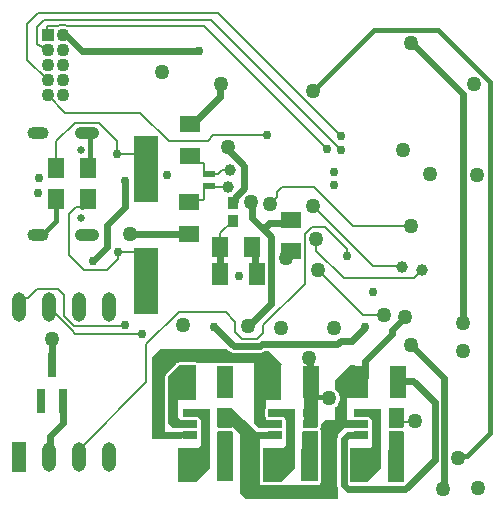
<source format=gbl>
G04*
G04 #@! TF.GenerationSoftware,Altium Limited,Altium Designer,22.5.1 (42)*
G04*
G04 Layer_Physical_Order=4*
G04 Layer_Color=16711680*
%FSLAX44Y44*%
%MOMM*%
G71*
G04*
G04 #@! TF.SameCoordinates,B7139921-243E-46E6-831D-1EB255EF57CC*
G04*
G04*
G04 #@! TF.FilePolarity,Positive*
G04*
G01*
G75*
%ADD11C,0.2000*%
%ADD23R,1.8200X1.4400*%
%ADD30R,1.3500X1.9000*%
%ADD31R,1.4400X1.8200*%
%ADD48C,0.6500*%
G04:AMPARAMS|DCode=49|XSize=1mm|YSize=2.1mm|CornerRadius=0.5mm|HoleSize=0mm|Usage=FLASHONLY|Rotation=270.000|XOffset=0mm|YOffset=0mm|HoleType=Round|Shape=RoundedRectangle|*
%AMROUNDEDRECTD49*
21,1,1.0000,1.1000,0,0,270.0*
21,1,0.0000,2.1000,0,0,270.0*
1,1,1.0000,-0.5500,0.0000*
1,1,1.0000,-0.5500,0.0000*
1,1,1.0000,0.5500,0.0000*
1,1,1.0000,0.5500,0.0000*
%
%ADD49ROUNDEDRECTD49*%
G04:AMPARAMS|DCode=50|XSize=1mm|YSize=1.8mm|CornerRadius=0.5mm|HoleSize=0mm|Usage=FLASHONLY|Rotation=270.000|XOffset=0mm|YOffset=0mm|HoleType=Round|Shape=RoundedRectangle|*
%AMROUNDEDRECTD50*
21,1,1.0000,0.8000,0,0,270.0*
21,1,0.0000,1.8000,0,0,270.0*
1,1,1.0000,-0.4000,0.0000*
1,1,1.0000,-0.4000,0.0000*
1,1,1.0000,0.4000,0.0000*
1,1,1.0000,0.4000,0.0000*
%
%ADD50ROUNDEDRECTD50*%
%ADD60C,0.4000*%
%ADD61C,0.6000*%
%ADD63R,1.2000X2.5000*%
%ADD64O,1.2000X2.5000*%
%ADD65R,1.1000X1.1000*%
%ADD66C,1.1000*%
%ADD67C,1.2700*%
%ADD68C,1.0000*%
%ADD69C,0.7500*%
%ADD70C,0.2000*%
%ADD71R,1.0000X0.5500*%
%ADD72R,0.9700X1.0000*%
%ADD73R,2.1000X5.6000*%
%ADD74R,0.8000X2.0000*%
%ADD75R,1.3500X2.8000*%
G04:AMPARAMS|DCode=76|XSize=0.65mm|YSize=1.2mm|CornerRadius=0.0488mm|HoleSize=0mm|Usage=FLASHONLY|Rotation=270.000|XOffset=0mm|YOffset=0mm|HoleType=Round|Shape=RoundedRectangle|*
%AMROUNDEDRECTD76*
21,1,0.6500,1.1025,0,0,270.0*
21,1,0.5525,1.2000,0,0,270.0*
1,1,0.0975,-0.5513,-0.2763*
1,1,0.0975,-0.5513,0.2763*
1,1,0.0975,0.5513,0.2763*
1,1,0.0975,0.5513,-0.2763*
%
%ADD76ROUNDEDRECTD76*%
G36*
X339000Y80000D02*
X339000Y64289D01*
X338965Y64167D01*
X338675Y63807D01*
X337766Y63243D01*
X337730Y63240D01*
X326738D01*
X326000Y64334D01*
Y80000D01*
X339000Y80000D01*
D02*
G37*
G36*
X266000Y64334D02*
X265262Y63240D01*
X254237D01*
X254000Y63435D01*
Y115000D01*
X266000D01*
Y64334D01*
D02*
G37*
G36*
X190943Y128206D02*
X190943Y128206D01*
X192776Y126981D01*
X194937Y126552D01*
X194937Y126552D01*
X217402D01*
X217402Y126552D01*
X219564Y126981D01*
X221397Y128206D01*
X221542Y128351D01*
X224648D01*
X236000Y117000D01*
X235000Y116000D01*
Y87000D01*
X222000D01*
Y80115D01*
X221886Y79944D01*
X221651Y78762D01*
Y73238D01*
X221886Y72056D01*
X222000Y71885D01*
Y69701D01*
X224296D01*
X224895Y68581D01*
X224781Y68412D01*
X224351Y66250D01*
X224745Y64270D01*
X224354Y63289D01*
X224200Y63000D01*
X216000D01*
X212213Y66786D01*
Y118000D01*
X196790D01*
Y118040D01*
X178210D01*
Y118000D01*
X164790D01*
Y118040D01*
X164519D01*
X163991Y118393D01*
X163000Y118590D01*
X149000D01*
X148009Y118393D01*
X147481Y118040D01*
X146210D01*
Y116873D01*
X137169Y107831D01*
X136607Y106991D01*
X136410Y106000D01*
Y67000D01*
X136607Y66009D01*
X137000Y65421D01*
Y60000D01*
X151700D01*
X151854Y59710D01*
X152245Y58730D01*
X151851Y56750D01*
X152146Y55270D01*
X151263Y54000D01*
X126000D01*
Y123000D01*
X133000Y130000D01*
X189149D01*
X190943Y128206D01*
D02*
G37*
G36*
X163000Y87000D02*
X148000D01*
Y72000D01*
X150000Y70000D01*
X163337D01*
X164000Y69338D01*
Y63000D01*
X143000D01*
X139000Y67000D01*
Y106000D01*
X149000Y116000D01*
X163000D01*
Y87000D01*
D02*
G37*
G36*
X339000Y59602D02*
Y18000D01*
X326000D01*
Y60045D01*
X326738Y60651D01*
X337762D01*
X339000Y59602D01*
D02*
G37*
G36*
X266000Y60045D02*
Y18000D01*
X253000D01*
Y59602D01*
X254237Y60651D01*
X265262D01*
X266000Y60045D01*
D02*
G37*
G36*
X193656Y60102D02*
X193947Y59755D01*
X193969Y59702D01*
X194000Y59602D01*
Y18000D01*
X181000D01*
Y59524D01*
X181027Y59656D01*
X181737Y60651D01*
X192763D01*
X193656Y60102D01*
D02*
G37*
G36*
X320000Y29000D02*
X308000Y17000D01*
X293648D01*
Y46000D01*
X310000D01*
X312000Y48000D01*
Y70000D01*
X309000Y73000D01*
X297000D01*
Y79000D01*
X320000D01*
Y29000D01*
D02*
G37*
G36*
X247000D02*
X235000Y17000D01*
X220000D01*
Y46000D01*
X237000D01*
X239000Y48000D01*
Y70000D01*
X238629Y70371D01*
X238614Y70444D01*
X237945Y71445D01*
X236944Y72114D01*
X236871Y72129D01*
X236000Y73000D01*
X224338D01*
X224240Y73493D01*
Y78507D01*
X224338Y79000D01*
X247000D01*
Y29000D01*
D02*
G37*
G36*
X175000D02*
X163000Y17000D01*
X148000D01*
Y46000D01*
X165000D01*
X167000Y48000D01*
Y70000D01*
X164000Y73000D01*
X152000D01*
Y79000D01*
X175000D01*
Y29000D01*
D02*
G37*
G36*
X297829Y114730D02*
X296781Y113162D01*
X296352Y111000D01*
X296352Y111000D01*
Y102000D01*
X296781Y99838D01*
X298006Y98006D01*
X299838Y96781D01*
X302000Y96351D01*
X304162Y96781D01*
X305994Y98006D01*
X307219Y99838D01*
X307649Y102000D01*
Y107537D01*
X307730Y107592D01*
X309000Y106913D01*
Y88000D01*
X291000D01*
Y70000D01*
X308337D01*
X309000Y69338D01*
Y63000D01*
X288000D01*
X283000Y58000D01*
Y55974D01*
X282782Y55647D01*
X282351Y53485D01*
X282351Y53485D01*
Y14515D01*
X282351Y14515D01*
X282782Y12353D01*
X283000Y12026D01*
Y3000D01*
X205000D01*
X200000Y8000D01*
Y58000D01*
X194565Y63435D01*
X193000D01*
D01*
X192762Y63240D01*
X181738D01*
X181000Y64334D01*
Y80000D01*
X193000D01*
Y79891D01*
X215000Y60000D01*
X236000D01*
Y54000D01*
X217000D01*
Y16000D01*
X217210Y15790D01*
Y14960D01*
X218481D01*
X219009Y14607D01*
X220000Y14410D01*
X235000D01*
X235991Y14607D01*
X236579Y15000D01*
X249210D01*
Y14960D01*
X267790D01*
Y15000D01*
X268000D01*
Y16421D01*
X268393Y17009D01*
X268590Y18000D01*
Y60045D01*
X268565Y60171D01*
X268577Y60299D01*
X268467Y60663D01*
X268393Y61037D01*
X268321Y61143D01*
X268284Y61266D01*
X268043Y61560D01*
X268000Y61624D01*
Y62385D01*
X268114Y62556D01*
X268209Y63035D01*
X268248Y63126D01*
X268393Y63343D01*
X268441Y63587D01*
X268538Y63817D01*
X268539Y64078D01*
X268590Y64334D01*
Y66590D01*
X272000Y70000D01*
X281000D01*
Y80622D01*
X281459Y80886D01*
X283114Y82541D01*
X284284Y84569D01*
X284890Y86830D01*
Y89170D01*
X284284Y91431D01*
X283114Y93459D01*
X281459Y95114D01*
X281000Y95379D01*
Y104000D01*
X293000Y116000D01*
X297399D01*
X297829Y114730D01*
D02*
G37*
D11*
X54036Y403586D02*
G03*
X46364Y403586I-3836J-8186D01*
G01*
X37221Y401586D02*
G03*
X37221Y401585I2000J-0D01*
G01*
X172417Y267333D02*
X189667D01*
X190000Y267000D01*
X171917Y267833D02*
X172417Y267333D01*
X170000Y265916D02*
X171917Y267833D01*
X184835Y281000D02*
X192000D01*
X182002Y278167D02*
X184835Y281000D01*
X55556Y209444D02*
Y244556D01*
Y209444D02*
X68000Y197000D01*
X87870D01*
X96620Y205751D01*
X215000Y138000D02*
X220000Y143000D01*
Y150000D01*
X202000Y138000D02*
X215000D01*
X196000Y144000D02*
Y153000D01*
X188000Y161000D02*
X196000Y153000D01*
X148172Y161000D02*
X188000D01*
X121000Y133828D02*
X148172Y161000D01*
X196000Y144000D02*
X202000Y138000D01*
X121000Y101500D02*
Y133828D01*
X60924Y142710D02*
X117000D01*
X336000Y200000D02*
X337000Y199000D01*
X313000Y200000D02*
X336000D01*
X266000Y197000D02*
X304000Y159000D01*
X322000D01*
X347650Y190110D02*
X354000Y196460D01*
X303587Y190110D02*
X347650D01*
X54036Y403586D02*
X169414D01*
X169414D02*
X274000Y299000D01*
X37807Y403000D02*
X38393Y403586D01*
X37221Y402414D02*
X37807Y403000D01*
X37221Y401586D02*
X37221Y402414D01*
X37221Y401585D02*
X37221Y401541D01*
X37223Y401495D01*
X38393Y403586D02*
X46364D01*
X37223Y401495D02*
X37294Y399944D01*
Y399900D02*
Y399944D01*
X34334Y408240D02*
X175760D01*
X286000Y298000D01*
X28460Y402366D02*
X34334Y408240D01*
X37294Y399900D02*
X37500Y395400D01*
X29000Y414000D02*
X58407D01*
X20000Y405000D02*
X29000Y414000D01*
X28460Y388434D02*
Y402366D01*
X58407Y414000D02*
X182000D01*
X286000Y310000D01*
X20000Y374715D02*
Y405000D01*
Y374715D02*
X37415Y357300D01*
X28460Y388434D02*
X30534Y386360D01*
X31405D01*
X344710Y233710D02*
X345000Y234000D01*
X296290Y233710D02*
X344710D01*
X263110Y266890D02*
X296290Y233710D01*
X287890Y190110D02*
X303587D01*
X303587Y190110D01*
X264790Y213210D02*
X287890Y190110D01*
X264790Y213210D02*
Y222803D01*
X220000Y150000D02*
X254900Y184900D01*
Y226900D01*
X261000Y233000D01*
X290727Y209273D02*
X291000Y209000D01*
X261000Y233000D02*
X272000D01*
X290727Y209273D02*
Y214273D01*
X272000Y233000D02*
X290727Y214273D01*
X177694Y310694D02*
X222761D01*
X262000Y251000D02*
X313000Y200000D01*
X235854Y266890D02*
X263110D01*
X226000Y252322D02*
X231951Y258272D01*
X96079Y294988D02*
X113500D01*
X96079D02*
Y306087D01*
X231951Y262987D02*
X235854Y266890D01*
X231951Y258272D02*
Y262987D01*
X55556Y244556D02*
X61287Y250287D01*
X101960Y148960D02*
X103000Y150000D01*
X60048Y148960D02*
X101960D01*
X57635Y146000D02*
X60924Y142710D01*
X20374Y173054D02*
X28359Y181040D01*
X13200Y165000D02*
Y168435D01*
X17819Y173054D01*
X20374D01*
X28359Y181040D02*
X45960D01*
X51300Y157708D02*
Y175700D01*
X45960Y181040D02*
X51300Y175700D01*
X57600Y146000D02*
X57635D01*
X38600Y165000D02*
X57600Y146000D01*
X51300Y157708D02*
X60048Y148960D01*
X64000Y44500D02*
X121000Y101500D01*
X183640Y216000D02*
Y228140D01*
X194000Y238500D01*
Y238650D01*
X168928Y287440D02*
X170100Y286268D01*
X164200Y287440D02*
X168928D01*
X170100Y280084D02*
Y286268D01*
X158568Y255928D02*
X168828D01*
X170000Y257100D01*
Y265916D01*
X157000Y254360D02*
X158568Y255928D01*
X64000Y38000D02*
Y44500D01*
X115960Y330000D02*
X139960Y306000D01*
X37500Y344515D02*
X52016Y330000D01*
X115960D01*
X173000Y306000D02*
X177694Y310694D01*
X139960Y306000D02*
X173000D01*
X81047Y321119D02*
X96079Y306087D01*
X60144Y321119D02*
X81047D01*
X37500Y344515D02*
Y344600D01*
X44640Y305614D02*
X60144Y321119D01*
X37415Y357300D02*
X37500D01*
X31405Y386360D02*
X35065Y382700D01*
X37500D01*
X174167Y278167D02*
X182002D01*
X44640Y283000D02*
Y305614D01*
X61287Y250287D02*
X66160D01*
X96620Y205751D02*
Y211330D01*
X97290Y212000D02*
X113500D01*
X158000Y293640D02*
X164200Y287440D01*
X171850Y278334D02*
X174000D01*
X170100Y280084D02*
X171850Y278334D01*
X174000D02*
X174167Y278167D01*
X332250Y66500D02*
X333500Y67750D01*
X346750D01*
X348000Y69000D01*
D23*
X158000Y320360D02*
D03*
Y293640D02*
D03*
X157000Y227640D02*
D03*
Y254360D02*
D03*
X243000Y212640D02*
D03*
Y239360D02*
D03*
D30*
X183000Y193000D02*
D03*
X215000D02*
D03*
D31*
X71360Y283000D02*
D03*
X44640D02*
D03*
Y257000D02*
D03*
X71360D02*
D03*
X183640Y216000D02*
D03*
X210360D02*
D03*
D48*
X65596Y240479D02*
D03*
Y298279D02*
D03*
D49*
X70596Y226179D02*
D03*
Y312579D02*
D03*
D50*
X28796Y226179D02*
D03*
Y312579D02*
D03*
D60*
X262000Y348000D02*
X313890Y399890D01*
X32796Y226179D02*
X44640Y238023D01*
Y257000D01*
X367511Y399890D02*
X411780Y355621D01*
X313890Y399890D02*
X367511D01*
X411780Y58780D02*
Y355621D01*
X28796Y226179D02*
X32796D01*
X70596Y312579D02*
X70614D01*
X73386Y285026D02*
Y309807D01*
X70614Y312579D02*
X73386Y309807D01*
X71360Y283000D02*
X73386Y285026D01*
X71360Y255487D02*
Y257000D01*
X66160Y250287D02*
X71360Y255487D01*
X96620Y211330D02*
X97290Y212000D01*
X392382Y39382D02*
X411780Y58780D01*
X384860Y37718D02*
X386525Y39382D01*
X392382D01*
X274500Y89500D02*
X276000Y88000D01*
X264750Y89500D02*
X274500D01*
X260000Y94250D02*
X264750Y89500D01*
X260000Y94250D02*
Y101500D01*
D61*
X210537Y240368D02*
Y253252D01*
X204000Y266094D02*
Y284991D01*
X209255Y254534D02*
X210537Y253252D01*
X195850Y257944D02*
X204000Y266094D01*
X190000Y298991D02*
X204000Y284991D01*
X210537Y240368D02*
X219672Y231233D01*
X88000Y216290D02*
Y235000D01*
X76000Y204290D02*
X88000Y216290D01*
X178293Y148844D02*
X194937Y132200D01*
X217402D01*
X259500Y102000D02*
Y121610D01*
X259000Y122110D02*
X259500Y121610D01*
X282455Y134000D02*
X285455Y137000D01*
X217402Y132200D02*
X219202Y134000D01*
X282455D01*
X259500Y102000D02*
X260000Y101500D01*
X285455Y137000D02*
X294890D01*
X305956Y148066D01*
X207000Y149000D02*
X207292D01*
X226550Y168258D01*
X328580Y145690D02*
X340000Y157110D01*
X328580Y142580D02*
Y145690D01*
X305739Y119739D02*
X328580Y142580D01*
X305739Y105739D02*
Y119739D01*
X302000Y102000D02*
X305739Y105739D01*
X389000Y152000D02*
Y346000D01*
X346000Y389000D02*
X389000Y346000D01*
X345000Y389000D02*
X346000D01*
X190000Y298991D02*
Y300804D01*
X183320Y215680D02*
X183640Y216000D01*
X183000Y193000D02*
X183320Y193320D01*
Y215680D01*
X212680Y195320D02*
Y213680D01*
Y195320D02*
X215000Y193000D01*
X210360Y216000D02*
X212680Y213680D01*
X220215Y233360D02*
X221853D01*
X224900Y236407D02*
X240047D01*
X243000Y239360D01*
X221853Y233360D02*
X224900Y236407D01*
X220215Y231233D02*
X226550Y224898D01*
X219672Y231233D02*
X220215D01*
X195850Y255200D02*
Y257944D01*
X194000Y253350D02*
X195850Y255200D01*
X226550Y168258D02*
Y224898D01*
X334000Y103000D02*
Y104890D01*
X54070Y394443D02*
X66513Y382000D01*
X50200Y395400D02*
X51157Y394443D01*
X54070D01*
X66513Y382000D02*
X165000D01*
X121000Y187500D02*
Y204500D01*
X113500Y212000D02*
X121000Y204500D01*
X88000Y235000D02*
X103255Y250255D01*
Y271997D01*
X107000Y227640D02*
X157000D01*
X113500Y294988D02*
X121000Y287488D01*
Y282500D02*
Y287488D01*
X159900Y320360D02*
X183078Y343538D01*
Y352718D02*
X184360Y354000D01*
X158000Y320360D02*
X159900D01*
X183078Y343538D02*
Y352718D01*
X372800Y11800D02*
Y105200D01*
X372000Y11000D02*
X372800Y11800D01*
X365000Y35864D02*
Y85000D01*
X340136Y11000D02*
X365000Y35864D01*
X291515Y11000D02*
X340136D01*
X334000Y103000D02*
X347000D01*
X365000Y85000D01*
X345000Y133000D02*
X372800Y105200D01*
X334000Y102000D02*
X334000Y102000D01*
X334000Y102000D02*
Y103000D01*
X187441Y101390D02*
X187500Y101449D01*
Y101500D01*
X38600Y38000D02*
X39748Y39148D01*
Y56220D01*
X50500Y66972D01*
Y85972D01*
X41000Y138000D02*
X41007Y137993D01*
Y116034D02*
X41014Y116028D01*
X41007Y116034D02*
Y137993D01*
X288000Y14515D02*
Y53485D01*
Y14515D02*
X291515Y11000D01*
X288000Y53485D02*
X291515Y57000D01*
X302750D01*
X157500Y56750D02*
X157750Y57000D01*
X230000Y66250D02*
X230250Y66500D01*
D63*
X13200Y38000D02*
D03*
D64*
X38600D02*
D03*
X64000D02*
D03*
X89400D02*
D03*
X13200Y165000D02*
D03*
X38600D02*
D03*
X64000D02*
D03*
X89400D02*
D03*
D65*
X37500Y395400D02*
D03*
D66*
X50200D02*
D03*
X37500Y382700D02*
D03*
X50200D02*
D03*
X37500Y370000D02*
D03*
X50200D02*
D03*
X37500Y357300D02*
D03*
X50200D02*
D03*
X37500Y344600D02*
D03*
X50200D02*
D03*
D67*
X226000Y252322D02*
D03*
X209255Y254534D02*
D03*
X259000Y122110D02*
D03*
X235000Y148000D02*
D03*
X207000Y149000D02*
D03*
X340000Y157110D02*
D03*
X322000Y159000D02*
D03*
X345000Y234000D02*
D03*
X266000Y197000D02*
D03*
X264790Y222803D02*
D03*
X262000Y348000D02*
D03*
X389000Y152000D02*
D03*
X400890Y277000D02*
D03*
X262000Y251000D02*
D03*
X398000Y354000D02*
D03*
X345000Y389000D02*
D03*
X190000Y300804D02*
D03*
X338210Y298676D02*
D03*
X183640Y216000D02*
D03*
X210360D02*
D03*
X239000Y207000D02*
D03*
X334000Y104890D02*
D03*
X151640Y150000D02*
D03*
X107000Y227640D02*
D03*
X402000Y12000D02*
D03*
X384860Y37718D02*
D03*
X372000Y11000D02*
D03*
X345000Y133000D02*
D03*
X348000Y69000D02*
D03*
X276000Y88000D02*
D03*
X155461Y101531D02*
D03*
X361000Y278000D02*
D03*
X187441Y101390D02*
D03*
X184360Y354000D02*
D03*
X41000Y138000D02*
D03*
X134191Y364561D02*
D03*
X279651Y148011D02*
D03*
X389000Y128000D02*
D03*
D68*
X190000Y267000D02*
D03*
X192000Y281000D02*
D03*
X337000Y199000D02*
D03*
X354000Y196460D02*
D03*
D69*
X76000Y204290D02*
D03*
X178293Y148844D02*
D03*
X305956Y148066D02*
D03*
X117000Y142710D02*
D03*
X312776Y177915D02*
D03*
X199000Y192000D02*
D03*
X279674Y279326D02*
D03*
X280000Y268960D02*
D03*
X222761Y310694D02*
D03*
X29539Y261832D02*
D03*
X286000Y298000D02*
D03*
Y310000D02*
D03*
X291000Y209000D02*
D03*
X138000Y276999D02*
D03*
X96079Y294988D02*
D03*
X274000Y299000D02*
D03*
X30000Y275000D02*
D03*
X103000Y150000D02*
D03*
X165406Y382000D02*
D03*
X97290Y212000D02*
D03*
X103255Y271997D02*
D03*
D70*
X37807Y403000D02*
D03*
D71*
X174000Y267666D02*
D03*
Y278334D02*
D03*
D72*
X194000Y238650D02*
D03*
Y253350D02*
D03*
D73*
X121000Y187500D02*
D03*
Y282500D02*
D03*
D74*
X41014Y116028D02*
D03*
X31500Y85972D02*
D03*
X50500D02*
D03*
D75*
X155500Y101500D02*
D03*
X187500D02*
D03*
X228000D02*
D03*
X260000D02*
D03*
X258500Y31500D02*
D03*
X226500D02*
D03*
X302000Y102000D02*
D03*
X334000D02*
D03*
X332000Y31000D02*
D03*
X300000D02*
D03*
X187500Y31500D02*
D03*
X155500D02*
D03*
D76*
X302750Y57000D02*
D03*
Y66500D02*
D03*
Y76000D02*
D03*
X332250D02*
D03*
Y66500D02*
D03*
Y57000D02*
D03*
X157750D02*
D03*
Y66500D02*
D03*
Y76000D02*
D03*
X187250D02*
D03*
Y66500D02*
D03*
Y57000D02*
D03*
X230250D02*
D03*
Y66500D02*
D03*
Y76000D02*
D03*
X259750D02*
D03*
Y66500D02*
D03*
Y57000D02*
D03*
M02*

</source>
